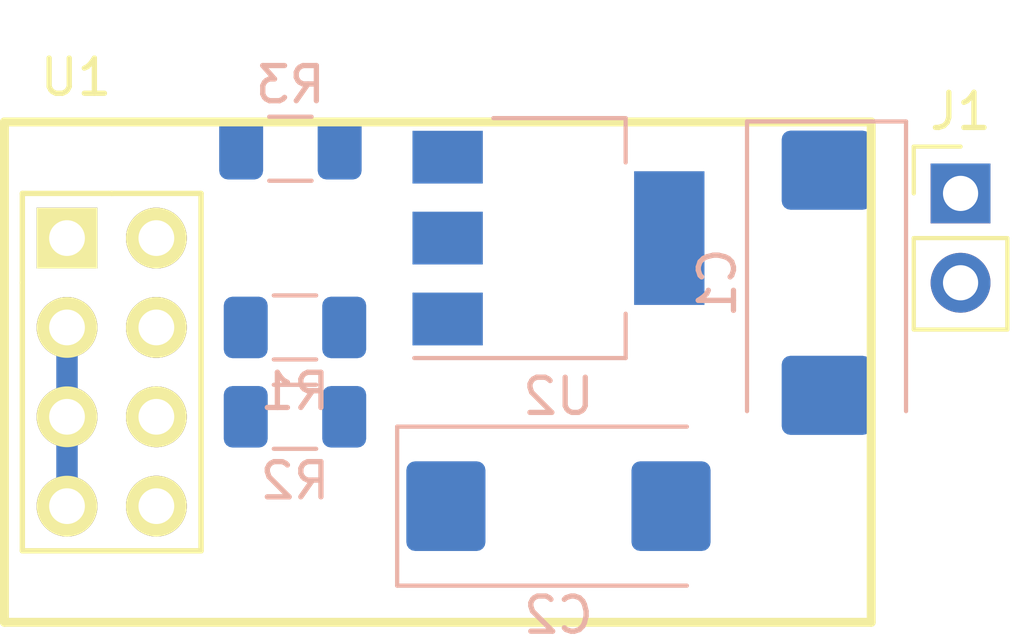
<source format=kicad_pcb>
(kicad_pcb (version 20171130) (host pcbnew 5.1.5-52549c5~84~ubuntu18.04.1)

  (general
    (thickness 1.6)
    (drawings 0)
    (tracks 2)
    (zones 0)
    (modules 8)
    (nets 7)
  )

  (page A4)
  (layers
    (0 F.Cu signal)
    (31 B.Cu signal)
    (32 B.Adhes user)
    (33 F.Adhes user)
    (34 B.Paste user)
    (35 F.Paste user)
    (36 B.SilkS user)
    (37 F.SilkS user)
    (38 B.Mask user)
    (39 F.Mask user)
    (40 Dwgs.User user)
    (41 Cmts.User user)
    (42 Eco1.User user)
    (43 Eco2.User user)
    (44 Edge.Cuts user)
    (45 Margin user)
    (46 B.CrtYd user)
    (47 F.CrtYd user)
    (48 B.Fab user)
    (49 F.Fab user)
  )

  (setup
    (last_trace_width 0.6096)
    (user_trace_width 0.6096)
    (trace_clearance 0.4)
    (zone_clearance 0.508)
    (zone_45_only no)
    (trace_min 0.2)
    (via_size 1)
    (via_drill 0.4)
    (via_min_size 0.4)
    (via_min_drill 0.3)
    (user_via 1 0.4)
    (uvia_size 0.3)
    (uvia_drill 0.1)
    (uvias_allowed no)
    (uvia_min_size 0.2)
    (uvia_min_drill 0.1)
    (edge_width 0.1)
    (segment_width 0.2)
    (pcb_text_width 0.3)
    (pcb_text_size 1.5 1.5)
    (mod_edge_width 0.15)
    (mod_text_size 1 1)
    (mod_text_width 0.15)
    (pad_size 1.524 1.524)
    (pad_drill 0.762)
    (pad_to_mask_clearance 0)
    (aux_axis_origin 0 0)
    (visible_elements FFFFFF7F)
    (pcbplotparams
      (layerselection 0x010fc_ffffffff)
      (usegerberextensions false)
      (usegerberattributes false)
      (usegerberadvancedattributes false)
      (creategerberjobfile false)
      (excludeedgelayer true)
      (linewidth 0.100000)
      (plotframeref false)
      (viasonmask false)
      (mode 1)
      (useauxorigin false)
      (hpglpennumber 1)
      (hpglpenspeed 20)
      (hpglpendiameter 15.000000)
      (psnegative false)
      (psa4output false)
      (plotreference true)
      (plotvalue true)
      (plotinvisibletext false)
      (padsonsilk false)
      (subtractmaskfromsilk false)
      (outputformat 1)
      (mirror false)
      (drillshape 1)
      (scaleselection 1)
      (outputdirectory ""))
  )

  (net 0 "")
  (net 1 +3V3)
  (net 2 GNDREF)
  (net 3 "Net-(R1-Pad1)")
  (net 4 "Net-(R2-Pad1)")
  (net 5 "Net-(R3-Pad2)")
  (net 6 +5V)

  (net_class Default "This is the default net class."
    (clearance 0.4)
    (trace_width 0.6096)
    (via_dia 1)
    (via_drill 0.4)
    (uvia_dia 0.3)
    (uvia_drill 0.1)
    (add_net +3V3)
    (add_net GNDREF)
    (add_net "Net-(R1-Pad1)")
    (add_net "Net-(R2-Pad1)")
    (add_net "Net-(R3-Pad2)")
  )

  (net_class Power ""
    (clearance 0.5)
    (trace_width 0.8)
    (via_dia 1)
    (via_drill 0.4)
    (uvia_dia 0.3)
    (uvia_drill 0.1)
    (add_net +5V)
  )

  (module ESP8266:ESP-01 (layer F.Cu) (tedit 577EF889) (tstamp 5E45B8C5)
    (at 97.79 87.63)
    (descr "Module, ESP-8266, ESP-01, 8 pin")
    (tags "Module ESP-8266 ESP8266")
    (path /5E4556D7)
    (fp_text reference U1 (at 0.254 -4.572) (layer F.SilkS)
      (effects (font (size 1 1) (thickness 0.15)))
    )
    (fp_text value ESP-01v090 (at 3.81 10.16) (layer F.Fab)
      (effects (font (size 1 1) (thickness 0.15)))
    )
    (fp_line (start -1.778 -3.302) (end 22.86 -3.302) (layer F.SilkS) (width 0.254))
    (fp_line (start 22.86 -3.302) (end 22.86 10.922) (layer F.SilkS) (width 0.254))
    (fp_line (start 22.86 10.922) (end -1.778 10.922) (layer F.SilkS) (width 0.254))
    (fp_line (start -1.778 10.922) (end -1.778 -3.302) (layer F.SilkS) (width 0.254))
    (fp_line (start -1.778 -3.302) (end 22.86 -3.302) (layer F.Fab) (width 0.05))
    (fp_line (start 22.86 -3.302) (end 22.86 10.922) (layer F.Fab) (width 0.05))
    (fp_line (start 22.86 10.922) (end -1.778 10.922) (layer F.Fab) (width 0.05))
    (fp_line (start -1.778 10.922) (end -1.778 -3.302) (layer F.Fab) (width 0.05))
    (fp_line (start 1.27 -1.27) (end -1.27 -1.27) (layer F.SilkS) (width 0.1524))
    (fp_line (start -1.27 -1.27) (end -1.27 1.27) (layer F.SilkS) (width 0.1524))
    (fp_line (start -1.75 -1.75) (end -1.75 9.4) (layer F.CrtYd) (width 0.05))
    (fp_line (start 4.3 -1.75) (end 4.3 9.4) (layer F.CrtYd) (width 0.05))
    (fp_line (start -1.75 -1.75) (end 4.3 -1.75) (layer F.CrtYd) (width 0.05))
    (fp_line (start -1.75 9.4) (end 4.3 9.4) (layer F.CrtYd) (width 0.05))
    (fp_line (start -1.27 1.27) (end -1.27 8.89) (layer F.SilkS) (width 0.1524))
    (fp_line (start -1.27 8.89) (end 3.81 8.89) (layer F.SilkS) (width 0.1524))
    (fp_line (start 3.81 8.89) (end 3.81 -1.27) (layer F.SilkS) (width 0.1524))
    (fp_line (start 3.81 -1.27) (end 1.27 -1.27) (layer F.SilkS) (width 0.1524))
    (pad 1 thru_hole rect (at 0 0) (size 1.7272 1.7272) (drill 1.016) (layers *.Cu *.Mask F.SilkS)
      (net 5 "Net-(R3-Pad2)"))
    (pad 2 thru_hole oval (at 2.54 0) (size 1.7272 1.7272) (drill 1.016) (layers *.Cu *.Mask F.SilkS)
      (net 2 GNDREF))
    (pad 3 thru_hole oval (at 0 2.54) (size 1.7272 1.7272) (drill 1.016) (layers *.Cu *.Mask F.SilkS)
      (net 1 +3V3))
    (pad 4 thru_hole oval (at 2.54 2.54) (size 1.7272 1.7272) (drill 1.016) (layers *.Cu *.Mask F.SilkS)
      (net 3 "Net-(R1-Pad1)"))
    (pad 5 thru_hole oval (at 0 5.08) (size 1.7272 1.7272) (drill 1.016) (layers *.Cu *.Mask F.SilkS)
      (net 1 +3V3))
    (pad 6 thru_hole oval (at 2.54 5.08) (size 1.7272 1.7272) (drill 1.016) (layers *.Cu *.Mask F.SilkS)
      (net 4 "Net-(R2-Pad1)"))
    (pad 7 thru_hole oval (at 0 7.62) (size 1.7272 1.7272) (drill 1.016) (layers *.Cu *.Mask F.SilkS)
      (net 1 +3V3))
    (pad 8 thru_hole oval (at 2.54 7.62) (size 1.7272 1.7272) (drill 1.016) (layers *.Cu *.Mask F.SilkS))
  )

  (module Resistors_SMD:R_1206_3216Metric (layer B.Cu) (tedit 5B301BBD) (tstamp 5E45980F)
    (at 104.14 85.09 180)
    (descr "Resistor SMD 1206 (3216 Metric), square (rectangular) end terminal, IPC_7351 nominal, (Body size source: http://www.tortai-tech.com/upload/download/2011102023233369053.pdf), generated with kicad-footprint-generator")
    (tags resistor)
    (path /5E486DC0)
    (attr smd)
    (fp_text reference R3 (at 0 1.82 180) (layer B.SilkS)
      (effects (font (size 1 1) (thickness 0.15)) (justify mirror))
    )
    (fp_text value 3K3 (at 0 -1.82 180) (layer B.Fab)
      (effects (font (size 1 1) (thickness 0.15)) (justify mirror))
    )
    (fp_text user %R (at 0 0 180) (layer B.Fab)
      (effects (font (size 0.8 0.8) (thickness 0.12)) (justify mirror))
    )
    (fp_line (start 2.28 -1.12) (end -2.28 -1.12) (layer B.CrtYd) (width 0.05))
    (fp_line (start 2.28 1.12) (end 2.28 -1.12) (layer B.CrtYd) (width 0.05))
    (fp_line (start -2.28 1.12) (end 2.28 1.12) (layer B.CrtYd) (width 0.05))
    (fp_line (start -2.28 -1.12) (end -2.28 1.12) (layer B.CrtYd) (width 0.05))
    (fp_line (start -0.602064 -0.91) (end 0.602064 -0.91) (layer B.SilkS) (width 0.12))
    (fp_line (start -0.602064 0.91) (end 0.602064 0.91) (layer B.SilkS) (width 0.12))
    (fp_line (start 1.6 -0.8) (end -1.6 -0.8) (layer B.Fab) (width 0.1))
    (fp_line (start 1.6 0.8) (end 1.6 -0.8) (layer B.Fab) (width 0.1))
    (fp_line (start -1.6 0.8) (end 1.6 0.8) (layer B.Fab) (width 0.1))
    (fp_line (start -1.6 -0.8) (end -1.6 0.8) (layer B.Fab) (width 0.1))
    (pad 2 smd roundrect (at 1.4 0 180) (size 1.25 1.75) (layers B.Cu B.Paste B.Mask) (roundrect_rratio 0.2)
      (net 5 "Net-(R3-Pad2)"))
    (pad 1 smd roundrect (at -1.4 0 180) (size 1.25 1.75) (layers B.Cu B.Paste B.Mask) (roundrect_rratio 0.2)
      (net 1 +3V3))
    (model ${KISYS3DMOD}/Resistor_SMD.3dshapes/R_1206_3216Metric.wrl
      (at (xyz 0 0 0))
      (scale (xyz 1 1 1))
      (rotate (xyz 0 0 0))
    )
  )

  (module Resistors_SMD:R_1206_3216Metric (layer B.Cu) (tedit 5B301BBD) (tstamp 5E45BC1F)
    (at 104.27 92.71)
    (descr "Resistor SMD 1206 (3216 Metric), square (rectangular) end terminal, IPC_7351 nominal, (Body size source: http://www.tortai-tech.com/upload/download/2011102023233369053.pdf), generated with kicad-footprint-generator")
    (tags resistor)
    (path /5E494BC1)
    (attr smd)
    (fp_text reference R2 (at 0 1.82) (layer B.SilkS)
      (effects (font (size 1 1) (thickness 0.15)) (justify mirror))
    )
    (fp_text value R (at 0 -1.82) (layer B.Fab)
      (effects (font (size 1 1) (thickness 0.15)) (justify mirror))
    )
    (fp_text user %R (at 0 0 -180) (layer B.Fab)
      (effects (font (size 0.8 0.8) (thickness 0.12)) (justify mirror))
    )
    (fp_line (start 2.28 -1.12) (end -2.28 -1.12) (layer B.CrtYd) (width 0.05))
    (fp_line (start 2.28 1.12) (end 2.28 -1.12) (layer B.CrtYd) (width 0.05))
    (fp_line (start -2.28 1.12) (end 2.28 1.12) (layer B.CrtYd) (width 0.05))
    (fp_line (start -2.28 -1.12) (end -2.28 1.12) (layer B.CrtYd) (width 0.05))
    (fp_line (start -0.602064 -0.91) (end 0.602064 -0.91) (layer B.SilkS) (width 0.12))
    (fp_line (start -0.602064 0.91) (end 0.602064 0.91) (layer B.SilkS) (width 0.12))
    (fp_line (start 1.6 -0.8) (end -1.6 -0.8) (layer B.Fab) (width 0.1))
    (fp_line (start 1.6 0.8) (end 1.6 -0.8) (layer B.Fab) (width 0.1))
    (fp_line (start -1.6 0.8) (end 1.6 0.8) (layer B.Fab) (width 0.1))
    (fp_line (start -1.6 -0.8) (end -1.6 0.8) (layer B.Fab) (width 0.1))
    (pad 2 smd roundrect (at 1.4 0) (size 1.25 1.75) (layers B.Cu B.Paste B.Mask) (roundrect_rratio 0.2)
      (net 1 +3V3))
    (pad 1 smd roundrect (at -1.4 0) (size 1.25 1.75) (layers B.Cu B.Paste B.Mask) (roundrect_rratio 0.2)
      (net 4 "Net-(R2-Pad1)"))
    (model ${KISYS3DMOD}/Resistor_SMD.3dshapes/R_1206_3216Metric.wrl
      (at (xyz 0 0 0))
      (scale (xyz 1 1 1))
      (rotate (xyz 0 0 0))
    )
  )

  (module Capacitors_Tantalum_SMD:CP_EIA-7343-31_Kemet-D_Pad2.25x2.55mm_HandSolder (layer B.Cu) (tedit 5B301BBE) (tstamp 5E45C341)
    (at 119.38 88.9 270)
    (descr "Tantalum Capacitor SMD Kemet-D (7343-31 Metric), IPC_7351 nominal, (Body size from: http://www.kemet.com/Lists/ProductCatalog/Attachments/253/KEM_TC101_STD.pdf), generated with kicad-footprint-generator")
    (tags "capacitor tantalum")
    (path /5E466399)
    (attr smd)
    (fp_text reference C1 (at 0 3.1 270) (layer B.SilkS)
      (effects (font (size 1 1) (thickness 0.15)) (justify mirror))
    )
    (fp_text value 10µ (at 0 -3.1 270) (layer B.Fab)
      (effects (font (size 1 1) (thickness 0.15)) (justify mirror))
    )
    (fp_text user %R (at 0 0 270) (layer B.Fab)
      (effects (font (size 1 1) (thickness 0.15)) (justify mirror))
    )
    (fp_line (start 4.58 -2.4) (end -4.58 -2.4) (layer B.CrtYd) (width 0.05))
    (fp_line (start 4.58 2.4) (end 4.58 -2.4) (layer B.CrtYd) (width 0.05))
    (fp_line (start -4.58 2.4) (end 4.58 2.4) (layer B.CrtYd) (width 0.05))
    (fp_line (start -4.58 -2.4) (end -4.58 2.4) (layer B.CrtYd) (width 0.05))
    (fp_line (start -4.585 -2.26) (end 3.65 -2.26) (layer B.SilkS) (width 0.12))
    (fp_line (start -4.585 2.26) (end -4.585 -2.26) (layer B.SilkS) (width 0.12))
    (fp_line (start 3.65 2.26) (end -4.585 2.26) (layer B.SilkS) (width 0.12))
    (fp_line (start 3.65 -2.15) (end 3.65 2.15) (layer B.Fab) (width 0.1))
    (fp_line (start -3.65 -2.15) (end 3.65 -2.15) (layer B.Fab) (width 0.1))
    (fp_line (start -3.65 1.15) (end -3.65 -2.15) (layer B.Fab) (width 0.1))
    (fp_line (start -2.65 2.15) (end -3.65 1.15) (layer B.Fab) (width 0.1))
    (fp_line (start 3.65 2.15) (end -2.65 2.15) (layer B.Fab) (width 0.1))
    (pad 2 smd roundrect (at 3.2 0 270) (size 2.25 2.55) (layers B.Cu B.Paste B.Mask) (roundrect_rratio 0.111111)
      (net 2 GNDREF))
    (pad 1 smd roundrect (at -3.2 0 270) (size 2.25 2.55) (layers B.Cu B.Paste B.Mask) (roundrect_rratio 0.111111)
      (net 6 +5V))
    (model ${KISYS3DMOD}/Capacitor_Tantalum_SMD.3dshapes/CP_EIA-7343-31_Kemet-D.wrl
      (at (xyz 0 0 0))
      (scale (xyz 1 1 1))
      (rotate (xyz 0 0 0))
    )
  )

  (module TO_SOT_Packages_SMD:SOT-223 (layer B.Cu) (tedit 5A02FF57) (tstamp 5E45DC0A)
    (at 111.76 87.63)
    (descr "module CMS SOT223 4 pins")
    (tags "CMS SOT")
    (path /5E466CBD)
    (attr smd)
    (fp_text reference U2 (at 0 4.5) (layer B.SilkS)
      (effects (font (size 1 1) (thickness 0.15)) (justify mirror))
    )
    (fp_text value AMS1117-3.3 (at 0 2.54) (layer B.Fab)
      (effects (font (size 1 1) (thickness 0.15)) (justify mirror))
    )
    (fp_text user %R (at 0 0 -90) (layer B.Fab)
      (effects (font (size 0.8 0.8) (thickness 0.12)) (justify mirror))
    )
    (fp_line (start -1.85 2.3) (end -0.8 3.35) (layer B.Fab) (width 0.1))
    (fp_line (start 1.91 -3.41) (end 1.91 -2.15) (layer B.SilkS) (width 0.12))
    (fp_line (start 1.91 3.41) (end 1.91 2.15) (layer B.SilkS) (width 0.12))
    (fp_line (start 4.4 3.6) (end -4.4 3.6) (layer B.CrtYd) (width 0.05))
    (fp_line (start 4.4 -3.6) (end 4.4 3.6) (layer B.CrtYd) (width 0.05))
    (fp_line (start -4.4 -3.6) (end 4.4 -3.6) (layer B.CrtYd) (width 0.05))
    (fp_line (start -4.4 3.6) (end -4.4 -3.6) (layer B.CrtYd) (width 0.05))
    (fp_line (start -1.85 2.3) (end -1.85 -3.35) (layer B.Fab) (width 0.1))
    (fp_line (start -1.85 -3.41) (end 1.91 -3.41) (layer B.SilkS) (width 0.12))
    (fp_line (start -0.8 3.35) (end 1.85 3.35) (layer B.Fab) (width 0.1))
    (fp_line (start -4.1 3.41) (end 1.91 3.41) (layer B.SilkS) (width 0.12))
    (fp_line (start -1.85 -3.35) (end 1.85 -3.35) (layer B.Fab) (width 0.1))
    (fp_line (start 1.85 3.35) (end 1.85 -3.35) (layer B.Fab) (width 0.1))
    (pad 4 smd rect (at 3.15 0) (size 2 3.8) (layers B.Cu B.Paste B.Mask))
    (pad 2 smd rect (at -3.15 0) (size 2 1.5) (layers B.Cu B.Paste B.Mask)
      (net 1 +3V3))
    (pad 3 smd rect (at -3.15 -2.3) (size 2 1.5) (layers B.Cu B.Paste B.Mask)
      (net 6 +5V))
    (pad 1 smd rect (at -3.15 2.3) (size 2 1.5) (layers B.Cu B.Paste B.Mask)
      (net 2 GNDREF))
    (model ${KISYS3DMOD}/Package_TO_SOT_SMD.3dshapes/SOT-223.wrl
      (at (xyz 0 0 0))
      (scale (xyz 1 1 1))
      (rotate (xyz 0 0 0))
    )
  )

  (module Connector_PinHeader_2.54mm:PinHeader_1x02_P2.54mm_Vertical (layer F.Cu) (tedit 59FED5CC) (tstamp 5E45D9E5)
    (at 123.19 86.36)
    (descr "Through hole straight pin header, 1x02, 2.54mm pitch, single row")
    (tags "Through hole pin header THT 1x02 2.54mm single row")
    (path /5E47450C)
    (fp_text reference J1 (at 0 -2.33) (layer F.SilkS)
      (effects (font (size 1 1) (thickness 0.15)))
    )
    (fp_text value Conn_01x02_Male (at -2.54 1.27 90) (layer F.Fab)
      (effects (font (size 1 1) (thickness 0.15)))
    )
    (fp_line (start -0.635 -1.27) (end 1.27 -1.27) (layer F.Fab) (width 0.1))
    (fp_line (start 1.27 -1.27) (end 1.27 3.81) (layer F.Fab) (width 0.1))
    (fp_line (start 1.27 3.81) (end -1.27 3.81) (layer F.Fab) (width 0.1))
    (fp_line (start -1.27 3.81) (end -1.27 -0.635) (layer F.Fab) (width 0.1))
    (fp_line (start -1.27 -0.635) (end -0.635 -1.27) (layer F.Fab) (width 0.1))
    (fp_line (start -1.33 3.87) (end 1.33 3.87) (layer F.SilkS) (width 0.12))
    (fp_line (start -1.33 1.27) (end -1.33 3.87) (layer F.SilkS) (width 0.12))
    (fp_line (start 1.33 1.27) (end 1.33 3.87) (layer F.SilkS) (width 0.12))
    (fp_line (start -1.33 1.27) (end 1.33 1.27) (layer F.SilkS) (width 0.12))
    (fp_line (start -1.33 0) (end -1.33 -1.33) (layer F.SilkS) (width 0.12))
    (fp_line (start -1.33 -1.33) (end 0 -1.33) (layer F.SilkS) (width 0.12))
    (fp_line (start -1.8 -1.8) (end -1.8 4.35) (layer F.CrtYd) (width 0.05))
    (fp_line (start -1.8 4.35) (end 1.8 4.35) (layer F.CrtYd) (width 0.05))
    (fp_line (start 1.8 4.35) (end 1.8 -1.8) (layer F.CrtYd) (width 0.05))
    (fp_line (start 1.8 -1.8) (end -1.8 -1.8) (layer F.CrtYd) (width 0.05))
    (fp_text user %R (at 0 1.27 90) (layer F.Fab)
      (effects (font (size 1 1) (thickness 0.15)))
    )
    (pad 1 thru_hole rect (at 0 0) (size 1.7 1.7) (drill 1) (layers *.Cu *.Mask)
      (net 6 +5V))
    (pad 2 thru_hole oval (at 0 2.54) (size 1.7 1.7) (drill 1) (layers *.Cu *.Mask)
      (net 2 GNDREF))
    (model ${KISYS3DMOD}/Connector_PinHeader_2.54mm.3dshapes/PinHeader_1x02_P2.54mm_Vertical.wrl
      (at (xyz 0 0 0))
      (scale (xyz 1 1 1))
      (rotate (xyz 0 0 0))
    )
  )

  (module Capacitors_Tantalum_SMD:CP_EIA-7343-31_Kemet-D_Pad2.25x2.55mm_HandSolder (layer B.Cu) (tedit 5B301BBE) (tstamp 5E459AB7)
    (at 111.76 95.25)
    (descr "Tantalum Capacitor SMD Kemet-D (7343-31 Metric), IPC_7351 nominal, (Body size from: http://www.kemet.com/Lists/ProductCatalog/Attachments/253/KEM_TC101_STD.pdf), generated with kicad-footprint-generator")
    (tags "capacitor tantalum")
    (path /5E46606F)
    (attr smd)
    (fp_text reference C2 (at 0 3.1) (layer B.SilkS)
      (effects (font (size 1 1) (thickness 0.15)) (justify mirror))
    )
    (fp_text value 10µ (at 0 -3.1) (layer B.Fab)
      (effects (font (size 1 1) (thickness 0.15)) (justify mirror))
    )
    (fp_line (start 3.65 2.15) (end -2.65 2.15) (layer B.Fab) (width 0.1))
    (fp_line (start -2.65 2.15) (end -3.65 1.15) (layer B.Fab) (width 0.1))
    (fp_line (start -3.65 1.15) (end -3.65 -2.15) (layer B.Fab) (width 0.1))
    (fp_line (start -3.65 -2.15) (end 3.65 -2.15) (layer B.Fab) (width 0.1))
    (fp_line (start 3.65 -2.15) (end 3.65 2.15) (layer B.Fab) (width 0.1))
    (fp_line (start 3.65 2.26) (end -4.585 2.26) (layer B.SilkS) (width 0.12))
    (fp_line (start -4.585 2.26) (end -4.585 -2.26) (layer B.SilkS) (width 0.12))
    (fp_line (start -4.585 -2.26) (end 3.65 -2.26) (layer B.SilkS) (width 0.12))
    (fp_line (start -4.58 -2.4) (end -4.58 2.4) (layer B.CrtYd) (width 0.05))
    (fp_line (start -4.58 2.4) (end 4.58 2.4) (layer B.CrtYd) (width 0.05))
    (fp_line (start 4.58 2.4) (end 4.58 -2.4) (layer B.CrtYd) (width 0.05))
    (fp_line (start 4.58 -2.4) (end -4.58 -2.4) (layer B.CrtYd) (width 0.05))
    (fp_text user %R (at 0 0) (layer B.Fab)
      (effects (font (size 1 1) (thickness 0.15)) (justify mirror))
    )
    (pad 1 smd roundrect (at -3.2 0) (size 2.25 2.55) (layers B.Cu B.Paste B.Mask) (roundrect_rratio 0.111111)
      (net 1 +3V3))
    (pad 2 smd roundrect (at 3.2 0) (size 2.25 2.55) (layers B.Cu B.Paste B.Mask) (roundrect_rratio 0.111111)
      (net 2 GNDREF))
    (model ${KISYS3DMOD}/Capacitor_Tantalum_SMD.3dshapes/CP_EIA-7343-31_Kemet-D.wrl
      (at (xyz 0 0 0))
      (scale (xyz 1 1 1))
      (rotate (xyz 0 0 0))
    )
  )

  (module Resistors_SMD:R_1206_3216Metric (layer B.Cu) (tedit 5B301BBD) (tstamp 5E45B95D)
    (at 104.27 90.17)
    (descr "Resistor SMD 1206 (3216 Metric), square (rectangular) end terminal, IPC_7351 nominal, (Body size source: http://www.tortai-tech.com/upload/download/2011102023233369053.pdf), generated with kicad-footprint-generator")
    (tags resistor)
    (path /5E4880A5)
    (attr smd)
    (fp_text reference R1 (at 0 1.82) (layer B.SilkS)
      (effects (font (size 1 1) (thickness 0.15)) (justify mirror))
    )
    (fp_text value R (at 0 -1.82) (layer B.Fab)
      (effects (font (size 1 1) (thickness 0.15)) (justify mirror))
    )
    (fp_text user %R (at 0 0) (layer B.Fab)
      (effects (font (size 0.8 0.8) (thickness 0.12)) (justify mirror))
    )
    (fp_line (start 2.28 -1.12) (end -2.28 -1.12) (layer B.CrtYd) (width 0.05))
    (fp_line (start 2.28 1.12) (end 2.28 -1.12) (layer B.CrtYd) (width 0.05))
    (fp_line (start -2.28 1.12) (end 2.28 1.12) (layer B.CrtYd) (width 0.05))
    (fp_line (start -2.28 -1.12) (end -2.28 1.12) (layer B.CrtYd) (width 0.05))
    (fp_line (start -0.602064 -0.91) (end 0.602064 -0.91) (layer B.SilkS) (width 0.12))
    (fp_line (start -0.602064 0.91) (end 0.602064 0.91) (layer B.SilkS) (width 0.12))
    (fp_line (start 1.6 -0.8) (end -1.6 -0.8) (layer B.Fab) (width 0.1))
    (fp_line (start 1.6 0.8) (end 1.6 -0.8) (layer B.Fab) (width 0.1))
    (fp_line (start -1.6 0.8) (end 1.6 0.8) (layer B.Fab) (width 0.1))
    (fp_line (start -1.6 -0.8) (end -1.6 0.8) (layer B.Fab) (width 0.1))
    (pad 2 smd roundrect (at 1.4 0) (size 1.25 1.75) (layers B.Cu B.Paste B.Mask) (roundrect_rratio 0.2)
      (net 1 +3V3))
    (pad 1 smd roundrect (at -1.4 0) (size 1.25 1.75) (layers B.Cu B.Paste B.Mask) (roundrect_rratio 0.2)
      (net 3 "Net-(R1-Pad1)"))
    (model ${KISYS3DMOD}/Resistor_SMD.3dshapes/R_1206_3216Metric.wrl
      (at (xyz 0 0 0))
      (scale (xyz 1 1 1))
      (rotate (xyz 0 0 0))
    )
  )

  (segment (start 97.79 90.17) (end 97.79 92.71) (width 0.6096) (layer B.Cu) (net 1))
  (segment (start 97.79 92.71) (end 97.79 95.25) (width 0.6096) (layer B.Cu) (net 1))

)

</source>
